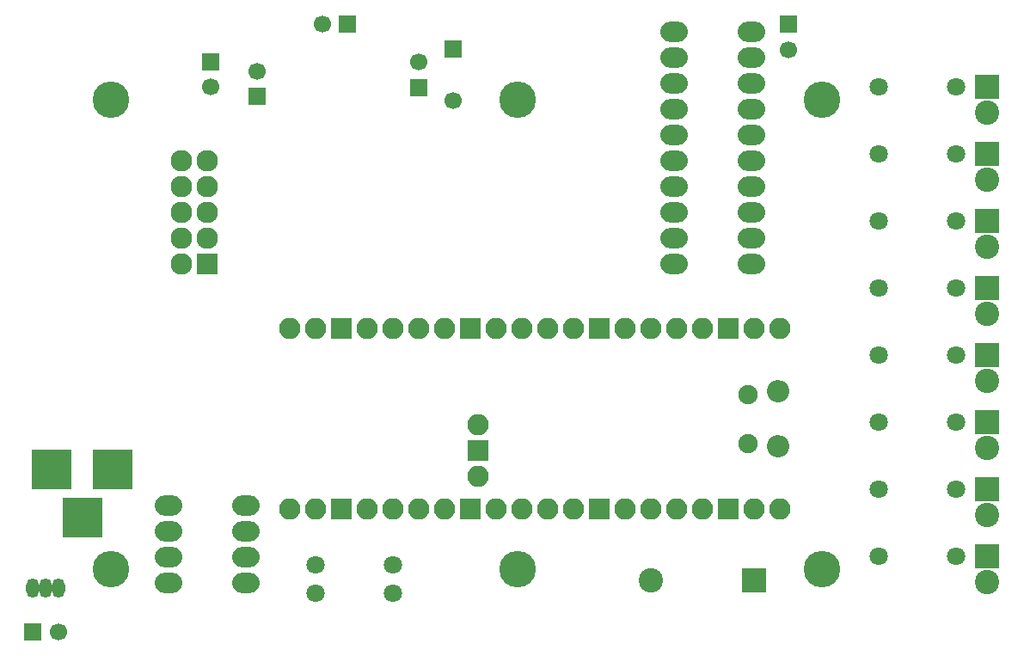
<source format=gbs>
G04 #@! TF.FileFunction,Soldermask,Bot*
%FSLAX46Y46*%
G04 Gerber Fmt 4.6, Leading zero omitted, Abs format (unit mm)*
G04 Created by KiCad (PCBNEW 4.0.5+dfsg1-4) date Thu Oct  6 23:04:55 2022*
%MOMM*%
%LPD*%
G01*
G04 APERTURE LIST*
%ADD10C,0.150000*%
%ADD11C,3.600000*%
%ADD12R,1.700000X1.700000*%
%ADD13C,1.700000*%
%ADD14R,3.900120X3.900120*%
%ADD15R,2.400000X2.400000*%
%ADD16C,2.400000*%
%ADD17C,2.398980*%
%ADD18R,2.398980X2.398980*%
%ADD19R,2.127200X2.127200*%
%ADD20O,2.127200X2.127200*%
%ADD21C,1.797000*%
%ADD22O,2.700000X2.000000*%
%ADD23O,2.100000X2.100000*%
%ADD24R,2.100000X2.100000*%
%ADD25O,2.200000X2.200000*%
%ADD26O,1.900000X1.900000*%
%ADD27O,1.299160X1.901140*%
G04 APERTURE END LIST*
D10*
D11*
X119450000Y-85770000D03*
X119450000Y-132020000D03*
X159450000Y-132020000D03*
X159450000Y-85770000D03*
X189450000Y-85770000D03*
X189450000Y-132020000D03*
D12*
X129286000Y-82042000D03*
D13*
X129286000Y-84542000D03*
D12*
X133858000Y-85471000D03*
D13*
X133858000Y-82971000D03*
D12*
X149733000Y-84582000D03*
D13*
X149733000Y-82082000D03*
D12*
X142748000Y-78359000D03*
D13*
X140248000Y-78359000D03*
D12*
X186182000Y-78359000D03*
D13*
X186182000Y-80859000D03*
D12*
X153162000Y-80772000D03*
D13*
X153162000Y-85852000D03*
D12*
X111760000Y-138176000D03*
D13*
X114260000Y-138176000D03*
D14*
X119610140Y-122230000D03*
X113610660Y-122230000D03*
X116610400Y-126929000D03*
D15*
X205740000Y-84516000D03*
D16*
X205740000Y-87056000D03*
D15*
X205740000Y-91120000D03*
D16*
X205740000Y-93660000D03*
D15*
X205740000Y-97724000D03*
D16*
X205740000Y-100264000D03*
D15*
X205740000Y-104328000D03*
D16*
X205740000Y-106868000D03*
D15*
X205740000Y-110932000D03*
D16*
X205740000Y-113472000D03*
D15*
X205740000Y-117536000D03*
D16*
X205740000Y-120076000D03*
D15*
X205740000Y-124140000D03*
D16*
X205740000Y-126680000D03*
D15*
X205740000Y-130744000D03*
D16*
X205740000Y-133284000D03*
D17*
X172593000Y-133098540D03*
D18*
X182753000Y-133098540D03*
D19*
X128905000Y-101965000D03*
D20*
X126365000Y-101965000D03*
X128905000Y-99425000D03*
X126365000Y-99425000D03*
X128905000Y-96885000D03*
X126365000Y-96885000D03*
X128905000Y-94345000D03*
X126365000Y-94345000D03*
X128905000Y-91805000D03*
X126365000Y-91805000D03*
D21*
X195045000Y-84516000D03*
X202665000Y-84516000D03*
X195045000Y-91120000D03*
X202665000Y-91120000D03*
X195045000Y-97724000D03*
X202665000Y-97724000D03*
X195045000Y-104328000D03*
X202665000Y-104328000D03*
X195045000Y-110932000D03*
X202665000Y-110932000D03*
X195045000Y-117536000D03*
X202665000Y-117536000D03*
X195045000Y-124140000D03*
X202665000Y-124140000D03*
X195045000Y-130744000D03*
X202665000Y-130744000D03*
X147193000Y-131572000D03*
X139573000Y-131572000D03*
X147193000Y-134366000D03*
X139573000Y-134366000D03*
D22*
X174879000Y-79121000D03*
X174879000Y-81661000D03*
X174879000Y-84201000D03*
X174879000Y-86741000D03*
X174879000Y-89281000D03*
X174879000Y-91821000D03*
X174879000Y-94361000D03*
X174879000Y-96901000D03*
X174879000Y-99441000D03*
X174879000Y-101981000D03*
X182499000Y-101981000D03*
X182499000Y-99441000D03*
X182499000Y-96901000D03*
X182499000Y-94361000D03*
X182499000Y-91821000D03*
X182499000Y-89281000D03*
X182499000Y-86741000D03*
X182499000Y-84201000D03*
X182499000Y-81661000D03*
X182499000Y-79121000D03*
D23*
X185293000Y-108331000D03*
X182753000Y-108331000D03*
D24*
X180213000Y-108331000D03*
D23*
X177673000Y-108331000D03*
X175133000Y-108331000D03*
X172593000Y-108331000D03*
X170053000Y-108331000D03*
D24*
X167513000Y-108331000D03*
D23*
X164973000Y-108331000D03*
X162433000Y-108331000D03*
X159893000Y-108331000D03*
X157353000Y-108331000D03*
D24*
X154813000Y-108331000D03*
D23*
X152273000Y-108331000D03*
X149733000Y-108331000D03*
X147193000Y-108331000D03*
X144653000Y-108331000D03*
D24*
X142113000Y-108331000D03*
D23*
X139573000Y-108331000D03*
X137033000Y-108331000D03*
X137033000Y-126111000D03*
X139573000Y-126111000D03*
D24*
X142113000Y-126111000D03*
D23*
X144653000Y-126111000D03*
X147193000Y-126111000D03*
X149733000Y-126111000D03*
X152273000Y-126111000D03*
D24*
X154813000Y-126111000D03*
D23*
X157353000Y-126111000D03*
X159893000Y-126111000D03*
X162433000Y-126111000D03*
X164973000Y-126111000D03*
D24*
X167513000Y-126111000D03*
D23*
X170053000Y-126111000D03*
X172593000Y-126111000D03*
X175133000Y-126111000D03*
X177673000Y-126111000D03*
D24*
X180213000Y-126111000D03*
D23*
X182753000Y-126111000D03*
X185293000Y-126111000D03*
D25*
X185163000Y-119946000D03*
X185163000Y-114496000D03*
D26*
X182133000Y-114796000D03*
X182133000Y-119646000D03*
D23*
X155563000Y-117805100D03*
D24*
X155563000Y-120345100D03*
D23*
X155563000Y-122885100D03*
D27*
X113030000Y-133858000D03*
X114300000Y-133858000D03*
X111760000Y-133858000D03*
D22*
X125095000Y-125730000D03*
X125095000Y-128270000D03*
X125095000Y-130810000D03*
X125095000Y-133350000D03*
X132715000Y-133350000D03*
X132715000Y-130810000D03*
X132715000Y-128270000D03*
X132715000Y-125730000D03*
M02*

</source>
